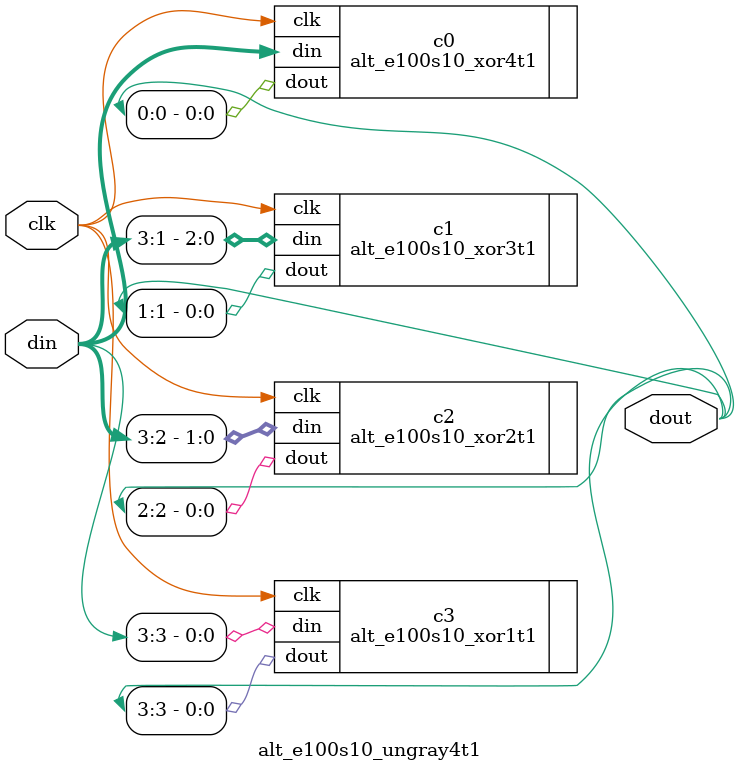
<source format=v>




`timescale 1ps/1ps

// DESCRIPTION
// 4 bit gray to binary.  Latency 1.
// Generated by one of Gregg's toys.   Share And Enjoy.

module alt_e100s10_ungray4t1 #(
    parameter SIM_EMULATE = 1'b0
) (
    input clk,
    input [3:0] din,
    output [3:0] dout
);

alt_e100s10_xor4t1 c0 (
    .clk(clk),
    .din(din[3:0]),
    .dout(dout[0])
);
defparam c0 .SIM_EMULATE = SIM_EMULATE;

alt_e100s10_xor3t1 c1 (
    .clk(clk),
    .din(din[3:1]),
    .dout(dout[1])
);
defparam c1 .SIM_EMULATE = SIM_EMULATE;

alt_e100s10_xor2t1 c2 (
    .clk(clk),
    .din(din[3:2]),
    .dout(dout[2])
);
defparam c2 .SIM_EMULATE = SIM_EMULATE;

alt_e100s10_xor1t1 c3 (
    .clk(clk),
    .din(din[3:3]),
    .dout(dout[3])
);
defparam c3 .SIM_EMULATE = SIM_EMULATE;

endmodule


</source>
